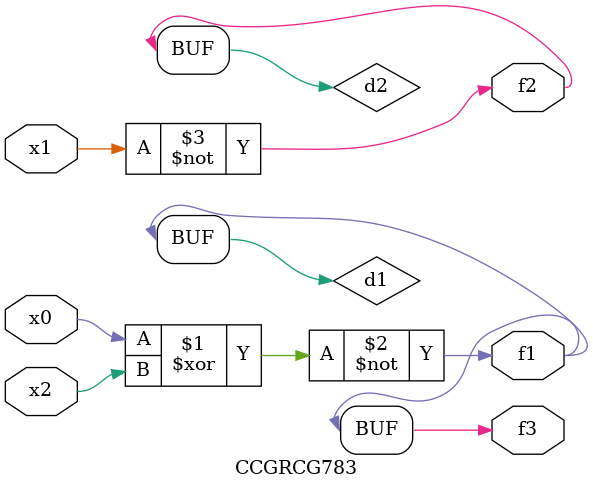
<source format=v>
module CCGRCG783(
	input x0, x1, x2,
	output f1, f2, f3
);

	wire d1, d2, d3;

	xnor (d1, x0, x2);
	nand (d2, x1);
	nor (d3, x1, x2);
	assign f1 = d1;
	assign f2 = d2;
	assign f3 = d1;
endmodule

</source>
